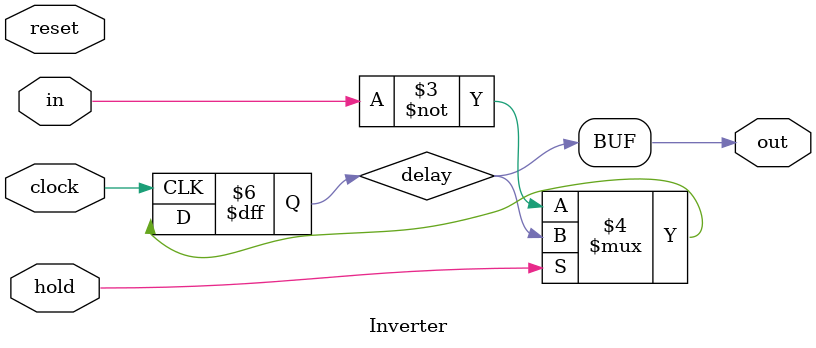
<source format=v>
module Inverter(
  input   clock,
  input   reset,
  input   in,
  output  out,
  input   hold
);
`ifdef RANDOMIZE_REG_INIT
  reg [31:0] _RAND_0;
`endif // RANDOMIZE_REG_INIT
  reg  delay; // @[Inverter.scala 15:17]
  assign out = delay; // @[Inverter.scala 19:6]
  always @(posedge clock) begin
    if (~hold) begin // @[Inverter.scala 16:14]
      delay <= ~in; // @[Inverter.scala 17:10]
    end
  end
// Register and memory initialization
`ifdef RANDOMIZE_GARBAGE_ASSIGN
`define RANDOMIZE
`endif
`ifdef RANDOMIZE_INVALID_ASSIGN
`define RANDOMIZE
`endif
`ifdef RANDOMIZE_REG_INIT
`define RANDOMIZE
`endif
`ifdef RANDOMIZE_MEM_INIT
`define RANDOMIZE
`endif
`ifndef RANDOM
`define RANDOM $random
`endif
`ifdef RANDOMIZE_MEM_INIT
  integer initvar;
`endif
`ifndef SYNTHESIS
`ifdef FIRRTL_BEFORE_INITIAL
`FIRRTL_BEFORE_INITIAL
`endif
initial begin
  `ifdef RANDOMIZE
    `ifdef INIT_RANDOM
      `INIT_RANDOM
    `endif
    `ifndef VERILATOR
      `ifdef RANDOMIZE_DELAY
        #`RANDOMIZE_DELAY begin end
      `else
        #0.002 begin end
      `endif
    `endif
`ifdef RANDOMIZE_REG_INIT
  _RAND_0 = {1{`RANDOM}};
  delay = _RAND_0[0:0];
`endif // RANDOMIZE_REG_INIT
  `endif // RANDOMIZE
end // initial
`ifdef FIRRTL_AFTER_INITIAL
`FIRRTL_AFTER_INITIAL
`endif
`endif // SYNTHESIS
endmodule

</source>
